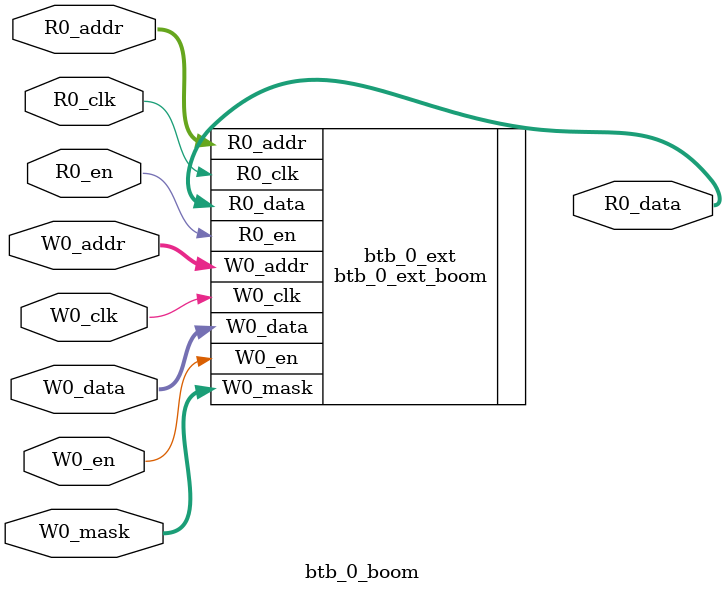
<source format=sv>
`ifndef RANDOMIZE
  `ifdef RANDOMIZE_REG_INIT
    `define RANDOMIZE
  `endif // RANDOMIZE_REG_INIT
`endif // not def RANDOMIZE
`ifndef RANDOMIZE
  `ifdef RANDOMIZE_MEM_INIT
    `define RANDOMIZE
  `endif // RANDOMIZE_MEM_INIT
`endif // not def RANDOMIZE

`ifndef RANDOM
  `define RANDOM $random
`endif // not def RANDOM

// Users can define 'PRINTF_COND' to add an extra gate to prints.
`ifndef PRINTF_COND_
  `ifdef PRINTF_COND
    `define PRINTF_COND_ (`PRINTF_COND)
  `else  // PRINTF_COND
    `define PRINTF_COND_ 1
  `endif // PRINTF_COND
`endif // not def PRINTF_COND_

// Users can define 'ASSERT_VERBOSE_COND' to add an extra gate to assert error printing.
`ifndef ASSERT_VERBOSE_COND_
  `ifdef ASSERT_VERBOSE_COND
    `define ASSERT_VERBOSE_COND_ (`ASSERT_VERBOSE_COND)
  `else  // ASSERT_VERBOSE_COND
    `define ASSERT_VERBOSE_COND_ 1
  `endif // ASSERT_VERBOSE_COND
`endif // not def ASSERT_VERBOSE_COND_

// Users can define 'STOP_COND' to add an extra gate to stop conditions.
`ifndef STOP_COND_
  `ifdef STOP_COND
    `define STOP_COND_ (`STOP_COND)
  `else  // STOP_COND
    `define STOP_COND_ 1
  `endif // STOP_COND
`endif // not def STOP_COND_

// Users can define INIT_RANDOM as general code that gets injected into the
// initializer block for modules with registers.
`ifndef INIT_RANDOM
  `define INIT_RANDOM
`endif // not def INIT_RANDOM

// If using random initialization, you can also define RANDOMIZE_DELAY to
// customize the delay used, otherwise 0.002 is used.
`ifndef RANDOMIZE_DELAY
  `define RANDOMIZE_DELAY 0.002
`endif // not def RANDOMIZE_DELAY

// Define INIT_RANDOM_PROLOG_ for use in our modules below.
`ifndef INIT_RANDOM_PROLOG_
  `ifdef RANDOMIZE
    `ifdef VERILATOR
      `define INIT_RANDOM_PROLOG_ `INIT_RANDOM
    `else  // VERILATOR
      `define INIT_RANDOM_PROLOG_ `INIT_RANDOM #`RANDOMIZE_DELAY begin end
    `endif // VERILATOR
  `else  // RANDOMIZE
    `define INIT_RANDOM_PROLOG_
  `endif // RANDOMIZE
`endif // not def INIT_RANDOM_PROLOG_

module btb_0_boom(	// @[btb.scala:66:47]
  input  [6:0]  R0_addr,
  input         R0_en,
                R0_clk,
  input  [6:0]  W0_addr,
  input         W0_en,
                W0_clk,
  input  [55:0] W0_data,
  input  [3:0]  W0_mask,
  output [55:0] R0_data
);

  btb_0_ext_boom btb_0_ext (	// @[btb.scala:66:47]
    .R0_addr (R0_addr),
    .R0_en   (R0_en),
    .R0_clk  (R0_clk),
    .W0_addr (W0_addr),
    .W0_en   (W0_en),
    .W0_clk  (W0_clk),
    .W0_data (W0_data),
    .W0_mask (W0_mask),
    .R0_data (R0_data)
  );
endmodule


</source>
